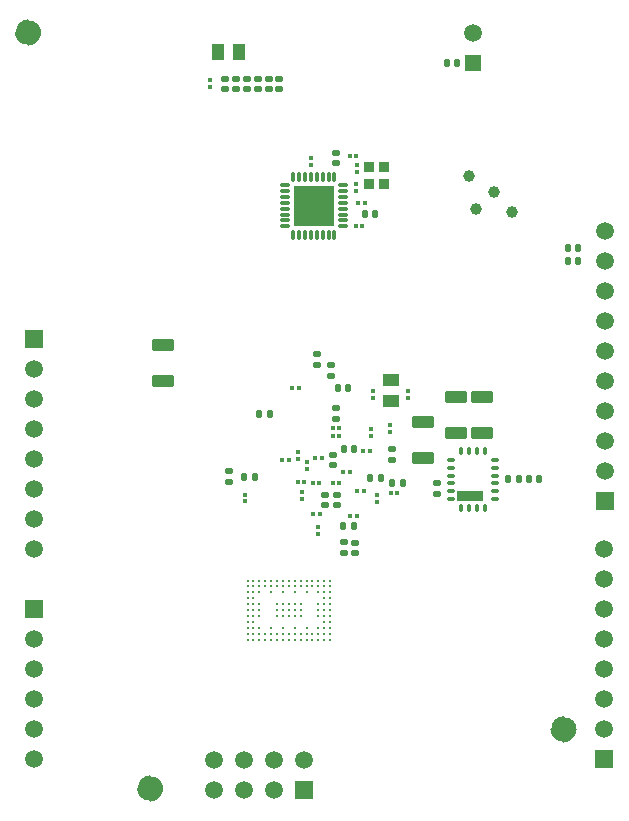
<source format=gbs>
G04 Layer_Color=16711935*
%FSLAX25Y25*%
%MOIN*%
G70*
G01*
G75*
G04:AMPARAMS|DCode=11|XSize=35.43mil|YSize=31.5mil|CornerRadius=3.15mil|HoleSize=0mil|Usage=FLASHONLY|Rotation=90.000|XOffset=0mil|YOffset=0mil|HoleType=Round|Shape=RoundedRectangle|*
%AMROUNDEDRECTD11*
21,1,0.03543,0.02520,0,0,90.0*
21,1,0.02913,0.03150,0,0,90.0*
1,1,0.00630,0.01260,0.01457*
1,1,0.00630,0.01260,-0.01457*
1,1,0.00630,-0.01260,-0.01457*
1,1,0.00630,-0.01260,0.01457*
%
%ADD11ROUNDEDRECTD11*%
G04:AMPARAMS|DCode=25|XSize=15.75mil|YSize=14.57mil|CornerRadius=1.46mil|HoleSize=0mil|Usage=FLASHONLY|Rotation=0.000|XOffset=0mil|YOffset=0mil|HoleType=Round|Shape=RoundedRectangle|*
%AMROUNDEDRECTD25*
21,1,0.01575,0.01165,0,0,0.0*
21,1,0.01284,0.01457,0,0,0.0*
1,1,0.00291,0.00642,-0.00583*
1,1,0.00291,-0.00642,-0.00583*
1,1,0.00291,-0.00642,0.00583*
1,1,0.00291,0.00642,0.00583*
%
%ADD25ROUNDEDRECTD25*%
G04:AMPARAMS|DCode=28|XSize=23.62mil|YSize=19.68mil|CornerRadius=1.97mil|HoleSize=0mil|Usage=FLASHONLY|Rotation=90.000|XOffset=0mil|YOffset=0mil|HoleType=Round|Shape=RoundedRectangle|*
%AMROUNDEDRECTD28*
21,1,0.02362,0.01575,0,0,90.0*
21,1,0.01968,0.01968,0,0,90.0*
1,1,0.00394,0.00787,0.00984*
1,1,0.00394,0.00787,-0.00984*
1,1,0.00394,-0.00787,-0.00984*
1,1,0.00394,-0.00787,0.00984*
%
%ADD28ROUNDEDRECTD28*%
G04:AMPARAMS|DCode=30|XSize=11.81mil|YSize=23.62mil|CornerRadius=1.95mil|HoleSize=0mil|Usage=FLASHONLY|Rotation=180.000|XOffset=0mil|YOffset=0mil|HoleType=Round|Shape=RoundedRectangle|*
%AMROUNDEDRECTD30*
21,1,0.01181,0.01972,0,0,180.0*
21,1,0.00791,0.02362,0,0,180.0*
1,1,0.00390,-0.00396,0.00986*
1,1,0.00390,0.00396,0.00986*
1,1,0.00390,0.00396,-0.00986*
1,1,0.00390,-0.00396,-0.00986*
%
%ADD30ROUNDEDRECTD30*%
G04:AMPARAMS|DCode=31|XSize=11.81mil|YSize=23.62mil|CornerRadius=1.95mil|HoleSize=0mil|Usage=FLASHONLY|Rotation=90.000|XOffset=0mil|YOffset=0mil|HoleType=Round|Shape=RoundedRectangle|*
%AMROUNDEDRECTD31*
21,1,0.01181,0.01972,0,0,90.0*
21,1,0.00791,0.02362,0,0,90.0*
1,1,0.00390,0.00986,0.00396*
1,1,0.00390,0.00986,-0.00396*
1,1,0.00390,-0.00986,-0.00396*
1,1,0.00390,-0.00986,0.00396*
%
%ADD31ROUNDEDRECTD31*%
%ADD32R,0.08858X0.03543*%
G04:AMPARAMS|DCode=44|XSize=54.33mil|YSize=41.34mil|CornerRadius=4.13mil|HoleSize=0mil|Usage=FLASHONLY|Rotation=180.000|XOffset=0mil|YOffset=0mil|HoleType=Round|Shape=RoundedRectangle|*
%AMROUNDEDRECTD44*
21,1,0.05433,0.03307,0,0,180.0*
21,1,0.04606,0.04134,0,0,180.0*
1,1,0.00827,-0.02303,0.01654*
1,1,0.00827,0.02303,0.01654*
1,1,0.00827,0.02303,-0.01654*
1,1,0.00827,-0.02303,-0.01654*
%
%ADD44ROUNDEDRECTD44*%
G04:AMPARAMS|DCode=47|XSize=23.62mil|YSize=19.68mil|CornerRadius=1.97mil|HoleSize=0mil|Usage=FLASHONLY|Rotation=180.000|XOffset=0mil|YOffset=0mil|HoleType=Round|Shape=RoundedRectangle|*
%AMROUNDEDRECTD47*
21,1,0.02362,0.01575,0,0,180.0*
21,1,0.01968,0.01968,0,0,180.0*
1,1,0.00394,-0.00984,0.00787*
1,1,0.00394,0.00984,0.00787*
1,1,0.00394,0.00984,-0.00787*
1,1,0.00394,-0.00984,-0.00787*
%
%ADD47ROUNDEDRECTD47*%
G04:AMPARAMS|DCode=48|XSize=15.75mil|YSize=14.57mil|CornerRadius=1.46mil|HoleSize=0mil|Usage=FLASHONLY|Rotation=90.000|XOffset=0mil|YOffset=0mil|HoleType=Round|Shape=RoundedRectangle|*
%AMROUNDEDRECTD48*
21,1,0.01575,0.01165,0,0,90.0*
21,1,0.01284,0.01457,0,0,90.0*
1,1,0.00291,0.00583,0.00642*
1,1,0.00291,0.00583,-0.00642*
1,1,0.00291,-0.00583,-0.00642*
1,1,0.00291,-0.00583,0.00642*
%
%ADD48ROUNDEDRECTD48*%
%ADD49C,0.03937*%
G04:AMPARAMS|DCode=50|XSize=71.65mil|YSize=42.13mil|CornerRadius=4.21mil|HoleSize=0mil|Usage=FLASHONLY|Rotation=180.000|XOffset=0mil|YOffset=0mil|HoleType=Round|Shape=RoundedRectangle|*
%AMROUNDEDRECTD50*
21,1,0.07165,0.03370,0,0,180.0*
21,1,0.06323,0.04213,0,0,180.0*
1,1,0.00843,-0.03161,0.01685*
1,1,0.00843,0.03161,0.01685*
1,1,0.00843,0.03161,-0.01685*
1,1,0.00843,-0.03161,-0.01685*
%
%ADD50ROUNDEDRECTD50*%
%ADD64R,0.05905X0.05905*%
%ADD65C,0.05905*%
%ADD66R,0.05905X0.05905*%
%ADD67R,0.05315X0.05315*%
%ADD70O,0.01024X0.03543*%
%ADD71O,0.03543X0.01024*%
%ADD72R,0.13583X0.13583*%
%ADD73C,0.00984*%
G04:AMPARAMS|DCode=74|XSize=54.33mil|YSize=41.34mil|CornerRadius=4.13mil|HoleSize=0mil|Usage=FLASHONLY|Rotation=270.000|XOffset=0mil|YOffset=0mil|HoleType=Round|Shape=RoundedRectangle|*
%AMROUNDEDRECTD74*
21,1,0.05433,0.03307,0,0,270.0*
21,1,0.04606,0.04134,0,0,270.0*
1,1,0.00827,-0.01654,-0.02303*
1,1,0.00827,-0.01654,0.02303*
1,1,0.00827,0.01654,0.02303*
1,1,0.00827,0.01654,-0.02303*
%
%ADD74ROUNDEDRECTD74*%
%ADD76C,0.07874*%
D11*
X121693Y217441D02*
D03*
Y211535D02*
D03*
X126417D02*
D03*
Y217441D02*
D03*
D25*
X134685Y142539D02*
D03*
Y140295D02*
D03*
X128583Y131280D02*
D03*
Y129035D02*
D03*
X122992Y142579D02*
D03*
Y140335D02*
D03*
X98032Y120098D02*
D03*
Y122343D02*
D03*
X100866Y116752D02*
D03*
Y118996D02*
D03*
X104409Y95028D02*
D03*
Y97272D02*
D03*
X124213Y105689D02*
D03*
Y107933D02*
D03*
X122087Y130000D02*
D03*
Y127756D02*
D03*
X99197Y108846D02*
D03*
Y106602D02*
D03*
X117323Y211516D02*
D03*
Y209272D02*
D03*
X102244Y218130D02*
D03*
Y220374D02*
D03*
X117520Y218012D02*
D03*
Y215768D02*
D03*
X80354Y105886D02*
D03*
Y108130D02*
D03*
X68504Y246161D02*
D03*
Y243917D02*
D03*
D28*
X147480Y252008D02*
D03*
X151023D02*
D03*
X111102Y143543D02*
D03*
X114646D02*
D03*
X88543Y135039D02*
D03*
X85000D02*
D03*
X83583Y113898D02*
D03*
X80039D02*
D03*
X123661Y201496D02*
D03*
X120118D02*
D03*
X122008Y113701D02*
D03*
X125551D02*
D03*
X116693Y123386D02*
D03*
X113150D02*
D03*
X167953Y113189D02*
D03*
X171496D02*
D03*
X174803D02*
D03*
X178347D02*
D03*
X116520Y97650D02*
D03*
X112976D02*
D03*
X129252Y112110D02*
D03*
X132795D02*
D03*
X191378Y185905D02*
D03*
X187835D02*
D03*
X191378Y190276D02*
D03*
X187835D02*
D03*
D30*
X152382Y103740D02*
D03*
X160059D02*
D03*
X157500D02*
D03*
X154941D02*
D03*
Y122638D02*
D03*
X157500D02*
D03*
X160059D02*
D03*
X152382D02*
D03*
D31*
X163701Y106791D02*
D03*
Y109350D02*
D03*
Y111909D02*
D03*
Y114469D02*
D03*
Y117027D02*
D03*
Y119587D02*
D03*
X148740Y119587D02*
D03*
Y117027D02*
D03*
Y114469D02*
D03*
Y111909D02*
D03*
Y109350D02*
D03*
Y106791D02*
D03*
D32*
X155138Y107480D02*
D03*
D44*
X128976Y139409D02*
D03*
Y146417D02*
D03*
D47*
X84606Y246772D02*
D03*
Y243228D02*
D03*
X88150Y246772D02*
D03*
Y243228D02*
D03*
X91693Y246772D02*
D03*
Y243228D02*
D03*
X73701Y246772D02*
D03*
Y243228D02*
D03*
X77244Y246772D02*
D03*
Y243228D02*
D03*
X80906Y246772D02*
D03*
Y243228D02*
D03*
X113063Y92177D02*
D03*
Y88634D02*
D03*
X74882Y112362D02*
D03*
Y115906D02*
D03*
X106795Y104535D02*
D03*
Y108079D02*
D03*
X110756D02*
D03*
Y104535D02*
D03*
X110591Y133386D02*
D03*
Y136929D02*
D03*
X129095Y119646D02*
D03*
Y123189D02*
D03*
X108976Y147677D02*
D03*
Y151221D02*
D03*
X104291Y151299D02*
D03*
Y154843D02*
D03*
X116740Y88583D02*
D03*
Y92126D02*
D03*
X109606Y117874D02*
D03*
Y121417D02*
D03*
X110472Y222047D02*
D03*
Y218504D02*
D03*
X144370Y111890D02*
D03*
Y108346D02*
D03*
D48*
X121909Y122520D02*
D03*
X119665D02*
D03*
X95886Y143543D02*
D03*
X98130D02*
D03*
X115098Y220984D02*
D03*
X117342D02*
D03*
X109468Y130433D02*
D03*
X111713D02*
D03*
Y112126D02*
D03*
X109468D02*
D03*
X119760Y109161D02*
D03*
X117516D02*
D03*
X97736Y112323D02*
D03*
X99980D02*
D03*
X104980Y111969D02*
D03*
X102736D02*
D03*
X109468Y127480D02*
D03*
X111713D02*
D03*
X115138Y115630D02*
D03*
X112894D02*
D03*
X117894Y205433D02*
D03*
X120138D02*
D03*
X103602Y120276D02*
D03*
X105847D02*
D03*
X105161Y101606D02*
D03*
X102917D02*
D03*
X115268Y101028D02*
D03*
X117512D02*
D03*
X128768Y108748D02*
D03*
X131012D02*
D03*
X117067Y197520D02*
D03*
X119311D02*
D03*
X92697Y119606D02*
D03*
X94941D02*
D03*
D49*
X163079Y208886D02*
D03*
X7874Y262126D02*
D03*
X48583Y10158D02*
D03*
X186378Y29842D02*
D03*
X157051Y203417D02*
D03*
X155000Y214189D02*
D03*
X169311Y202213D02*
D03*
D50*
X52953Y146083D02*
D03*
Y158091D02*
D03*
X159331Y140532D02*
D03*
Y128524D02*
D03*
X150472Y140532D02*
D03*
Y128524D02*
D03*
X139449Y132343D02*
D03*
Y120335D02*
D03*
D64*
X100000Y9803D02*
D03*
D65*
Y19803D02*
D03*
X90000Y9803D02*
D03*
Y19803D02*
D03*
X80000Y9803D02*
D03*
Y19803D02*
D03*
X70000Y9803D02*
D03*
Y19803D02*
D03*
X10000Y20000D02*
D03*
Y60000D02*
D03*
Y50000D02*
D03*
Y40000D02*
D03*
Y30000D02*
D03*
X200197Y185965D02*
D03*
Y195965D02*
D03*
Y175964D02*
D03*
Y165964D02*
D03*
Y145965D02*
D03*
Y135965D02*
D03*
Y125964D02*
D03*
Y115964D02*
D03*
Y155965D02*
D03*
X10000Y110000D02*
D03*
Y150000D02*
D03*
Y140000D02*
D03*
Y130000D02*
D03*
Y120000D02*
D03*
Y100000D02*
D03*
Y90000D02*
D03*
X156378Y262087D02*
D03*
X200000Y70000D02*
D03*
Y30000D02*
D03*
Y40000D02*
D03*
Y50000D02*
D03*
Y60000D02*
D03*
Y80000D02*
D03*
Y90000D02*
D03*
D66*
X10000Y70000D02*
D03*
X200197Y105965D02*
D03*
X10000Y160000D02*
D03*
X200000Y20000D02*
D03*
D67*
X156378Y252087D02*
D03*
D70*
X98228Y214016D02*
D03*
X100197D02*
D03*
X110039Y194803D02*
D03*
X108071D02*
D03*
X106102D02*
D03*
X104134D02*
D03*
X102165D02*
D03*
X100197D02*
D03*
X98228D02*
D03*
X96260D02*
D03*
Y214016D02*
D03*
X102165D02*
D03*
X104134D02*
D03*
X106102D02*
D03*
X108071D02*
D03*
X110039D02*
D03*
D71*
X93543Y197520D02*
D03*
Y199488D02*
D03*
Y201457D02*
D03*
Y203425D02*
D03*
Y205394D02*
D03*
Y207362D02*
D03*
Y209331D02*
D03*
Y211299D02*
D03*
X112756D02*
D03*
Y209331D02*
D03*
Y207362D02*
D03*
Y205394D02*
D03*
Y203425D02*
D03*
Y201457D02*
D03*
Y199488D02*
D03*
Y197520D02*
D03*
D72*
X103150Y204410D02*
D03*
D73*
X81063Y79449D02*
D03*
Y77480D02*
D03*
Y75512D02*
D03*
Y73543D02*
D03*
Y71575D02*
D03*
Y69606D02*
D03*
Y67638D02*
D03*
Y65669D02*
D03*
Y63701D02*
D03*
Y61732D02*
D03*
Y59764D02*
D03*
X83031Y79449D02*
D03*
Y77480D02*
D03*
Y75512D02*
D03*
Y73543D02*
D03*
Y71575D02*
D03*
Y69606D02*
D03*
Y67638D02*
D03*
Y65669D02*
D03*
Y63701D02*
D03*
Y61732D02*
D03*
Y59764D02*
D03*
X85000Y79449D02*
D03*
Y77480D02*
D03*
Y75512D02*
D03*
Y71575D02*
D03*
Y69606D02*
D03*
Y67638D02*
D03*
Y63701D02*
D03*
Y61732D02*
D03*
Y59764D02*
D03*
X86968Y79449D02*
D03*
Y77480D02*
D03*
Y61732D02*
D03*
Y59764D02*
D03*
X88937Y79449D02*
D03*
Y77480D02*
D03*
Y75512D02*
D03*
Y63701D02*
D03*
Y61732D02*
D03*
Y59764D02*
D03*
X90905Y79449D02*
D03*
Y77480D02*
D03*
Y71575D02*
D03*
Y69606D02*
D03*
Y67638D02*
D03*
X92874Y79449D02*
D03*
Y77480D02*
D03*
Y75512D02*
D03*
Y71575D02*
D03*
Y69606D02*
D03*
Y67638D02*
D03*
Y63701D02*
D03*
Y61732D02*
D03*
Y59764D02*
D03*
X94842Y79449D02*
D03*
Y77480D02*
D03*
Y71575D02*
D03*
Y69606D02*
D03*
Y67638D02*
D03*
Y61732D02*
D03*
Y59764D02*
D03*
X96811Y79449D02*
D03*
Y77480D02*
D03*
Y75512D02*
D03*
Y71575D02*
D03*
Y69606D02*
D03*
Y67638D02*
D03*
Y63701D02*
D03*
Y61732D02*
D03*
Y59764D02*
D03*
X98779Y79449D02*
D03*
Y77480D02*
D03*
Y71575D02*
D03*
Y69606D02*
D03*
Y67638D02*
D03*
Y61732D02*
D03*
Y59764D02*
D03*
X100748Y79449D02*
D03*
Y77480D02*
D03*
Y75512D02*
D03*
Y63701D02*
D03*
Y61732D02*
D03*
Y59764D02*
D03*
X102717Y79449D02*
D03*
Y77480D02*
D03*
Y61732D02*
D03*
Y59764D02*
D03*
X104685Y79449D02*
D03*
Y77480D02*
D03*
Y75512D02*
D03*
Y71575D02*
D03*
Y69606D02*
D03*
Y67638D02*
D03*
Y63701D02*
D03*
Y61732D02*
D03*
Y59764D02*
D03*
X106653Y79449D02*
D03*
Y77480D02*
D03*
Y75512D02*
D03*
Y73543D02*
D03*
Y71575D02*
D03*
Y69606D02*
D03*
Y67638D02*
D03*
Y65669D02*
D03*
Y63701D02*
D03*
Y61732D02*
D03*
Y59764D02*
D03*
X108622Y79449D02*
D03*
Y77480D02*
D03*
Y75512D02*
D03*
Y73543D02*
D03*
Y71575D02*
D03*
Y69606D02*
D03*
Y67638D02*
D03*
Y65669D02*
D03*
Y63701D02*
D03*
Y61732D02*
D03*
Y59764D02*
D03*
X90905D02*
D03*
Y61732D02*
D03*
D74*
X71063Y255591D02*
D03*
X78071D02*
D03*
D76*
X8268Y262126D02*
G03*
X8268Y262126I-394J0D01*
G01*
X48976Y10158D02*
G03*
X48976Y10158I-394J0D01*
G01*
X186772Y29842D02*
G03*
X186772Y29842I-394J0D01*
G01*
M02*

</source>
